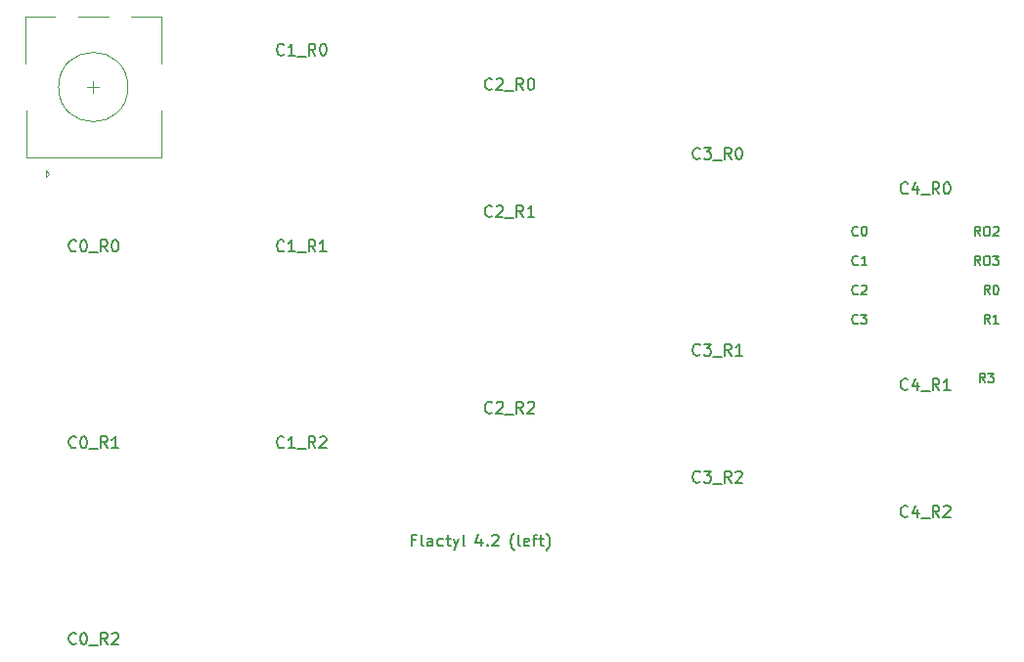
<source format=gbr>
%TF.GenerationSoftware,KiCad,Pcbnew,(7.0.0-0)*%
%TF.CreationDate,2023-06-08T17:12:38+08:00*%
%TF.ProjectId,left,6c656674-2e6b-4696-9361-645f70636258,v1.0.0*%
%TF.SameCoordinates,Original*%
%TF.FileFunction,Legend,Top*%
%TF.FilePolarity,Positive*%
%FSLAX46Y46*%
G04 Gerber Fmt 4.6, Leading zero omitted, Abs format (unit mm)*
G04 Created by KiCad (PCBNEW (7.0.0-0)) date 2023-06-08 17:12:38*
%MOMM*%
%LPD*%
G01*
G04 APERTURE LIST*
%ADD10C,0.150000*%
%ADD11C,0.120000*%
G04 APERTURE END LIST*
D10*
%TO.C,S1*%
X70476190Y41727857D02*
X70428571Y41680238D01*
X70428571Y41680238D02*
X70285714Y41632619D01*
X70285714Y41632619D02*
X70190476Y41632619D01*
X70190476Y41632619D02*
X70047619Y41680238D01*
X70047619Y41680238D02*
X69952381Y41775476D01*
X69952381Y41775476D02*
X69904762Y41870714D01*
X69904762Y41870714D02*
X69857143Y42061190D01*
X69857143Y42061190D02*
X69857143Y42204047D01*
X69857143Y42204047D02*
X69904762Y42394523D01*
X69904762Y42394523D02*
X69952381Y42489761D01*
X69952381Y42489761D02*
X70047619Y42585000D01*
X70047619Y42585000D02*
X70190476Y42632619D01*
X70190476Y42632619D02*
X70285714Y42632619D01*
X70285714Y42632619D02*
X70428571Y42585000D01*
X70428571Y42585000D02*
X70476190Y42537380D01*
X71333333Y42299285D02*
X71333333Y41632619D01*
X71095238Y42680238D02*
X70857143Y41965952D01*
X70857143Y41965952D02*
X71476190Y41965952D01*
X71619048Y41537380D02*
X72380952Y41537380D01*
X73190476Y41632619D02*
X72857143Y42108809D01*
X72619048Y41632619D02*
X72619048Y42632619D01*
X72619048Y42632619D02*
X73000000Y42632619D01*
X73000000Y42632619D02*
X73095238Y42585000D01*
X73095238Y42585000D02*
X73142857Y42537380D01*
X73142857Y42537380D02*
X73190476Y42442142D01*
X73190476Y42442142D02*
X73190476Y42299285D01*
X73190476Y42299285D02*
X73142857Y42204047D01*
X73142857Y42204047D02*
X73095238Y42156428D01*
X73095238Y42156428D02*
X73000000Y42108809D01*
X73000000Y42108809D02*
X72619048Y42108809D01*
X73809524Y42632619D02*
X73904762Y42632619D01*
X73904762Y42632619D02*
X74000000Y42585000D01*
X74000000Y42585000D02*
X74047619Y42537380D01*
X74047619Y42537380D02*
X74095238Y42442142D01*
X74095238Y42442142D02*
X74142857Y42251666D01*
X74142857Y42251666D02*
X74142857Y42013571D01*
X74142857Y42013571D02*
X74095238Y41823095D01*
X74095238Y41823095D02*
X74047619Y41727857D01*
X74047619Y41727857D02*
X74000000Y41680238D01*
X74000000Y41680238D02*
X73904762Y41632619D01*
X73904762Y41632619D02*
X73809524Y41632619D01*
X73809524Y41632619D02*
X73714286Y41680238D01*
X73714286Y41680238D02*
X73666667Y41727857D01*
X73666667Y41727857D02*
X73619048Y41823095D01*
X73619048Y41823095D02*
X73571429Y42013571D01*
X73571429Y42013571D02*
X73571429Y42251666D01*
X73571429Y42251666D02*
X73619048Y42442142D01*
X73619048Y42442142D02*
X73666667Y42537380D01*
X73666667Y42537380D02*
X73714286Y42585000D01*
X73714286Y42585000D02*
X73809524Y42632619D01*
%TO.C,S2*%
X70476190Y24727857D02*
X70428571Y24680238D01*
X70428571Y24680238D02*
X70285714Y24632619D01*
X70285714Y24632619D02*
X70190476Y24632619D01*
X70190476Y24632619D02*
X70047619Y24680238D01*
X70047619Y24680238D02*
X69952381Y24775476D01*
X69952381Y24775476D02*
X69904762Y24870714D01*
X69904762Y24870714D02*
X69857143Y25061190D01*
X69857143Y25061190D02*
X69857143Y25204047D01*
X69857143Y25204047D02*
X69904762Y25394523D01*
X69904762Y25394523D02*
X69952381Y25489761D01*
X69952381Y25489761D02*
X70047619Y25585000D01*
X70047619Y25585000D02*
X70190476Y25632619D01*
X70190476Y25632619D02*
X70285714Y25632619D01*
X70285714Y25632619D02*
X70428571Y25585000D01*
X70428571Y25585000D02*
X70476190Y25537380D01*
X71333333Y25299285D02*
X71333333Y24632619D01*
X71095238Y25680238D02*
X70857143Y24965952D01*
X70857143Y24965952D02*
X71476190Y24965952D01*
X71619048Y24537380D02*
X72380952Y24537380D01*
X73190476Y24632619D02*
X72857143Y25108809D01*
X72619048Y24632619D02*
X72619048Y25632619D01*
X72619048Y25632619D02*
X73000000Y25632619D01*
X73000000Y25632619D02*
X73095238Y25585000D01*
X73095238Y25585000D02*
X73142857Y25537380D01*
X73142857Y25537380D02*
X73190476Y25442142D01*
X73190476Y25442142D02*
X73190476Y25299285D01*
X73190476Y25299285D02*
X73142857Y25204047D01*
X73142857Y25204047D02*
X73095238Y25156428D01*
X73095238Y25156428D02*
X73000000Y25108809D01*
X73000000Y25108809D02*
X72619048Y25108809D01*
X74142857Y24632619D02*
X73571429Y24632619D01*
X73857143Y24632619D02*
X73857143Y25632619D01*
X73857143Y25632619D02*
X73761905Y25489761D01*
X73761905Y25489761D02*
X73666667Y25394523D01*
X73666667Y25394523D02*
X73571429Y25346904D01*
%TO.C,MCU1*%
X66166667Y38092285D02*
X66128571Y38054190D01*
X66128571Y38054190D02*
X66014286Y38016095D01*
X66014286Y38016095D02*
X65938095Y38016095D01*
X65938095Y38016095D02*
X65823809Y38054190D01*
X65823809Y38054190D02*
X65747619Y38130380D01*
X65747619Y38130380D02*
X65709524Y38206571D01*
X65709524Y38206571D02*
X65671428Y38358952D01*
X65671428Y38358952D02*
X65671428Y38473238D01*
X65671428Y38473238D02*
X65709524Y38625619D01*
X65709524Y38625619D02*
X65747619Y38701809D01*
X65747619Y38701809D02*
X65823809Y38778000D01*
X65823809Y38778000D02*
X65938095Y38816095D01*
X65938095Y38816095D02*
X66014286Y38816095D01*
X66014286Y38816095D02*
X66128571Y38778000D01*
X66128571Y38778000D02*
X66166667Y38739904D01*
X66661905Y38816095D02*
X66738095Y38816095D01*
X66738095Y38816095D02*
X66814286Y38778000D01*
X66814286Y38778000D02*
X66852381Y38739904D01*
X66852381Y38739904D02*
X66890476Y38663714D01*
X66890476Y38663714D02*
X66928571Y38511333D01*
X66928571Y38511333D02*
X66928571Y38320857D01*
X66928571Y38320857D02*
X66890476Y38168476D01*
X66890476Y38168476D02*
X66852381Y38092285D01*
X66852381Y38092285D02*
X66814286Y38054190D01*
X66814286Y38054190D02*
X66738095Y38016095D01*
X66738095Y38016095D02*
X66661905Y38016095D01*
X66661905Y38016095D02*
X66585714Y38054190D01*
X66585714Y38054190D02*
X66547619Y38092285D01*
X66547619Y38092285D02*
X66509524Y38168476D01*
X66509524Y38168476D02*
X66471428Y38320857D01*
X66471428Y38320857D02*
X66471428Y38511333D01*
X66471428Y38511333D02*
X66509524Y38663714D01*
X66509524Y38663714D02*
X66547619Y38739904D01*
X66547619Y38739904D02*
X66585714Y38778000D01*
X66585714Y38778000D02*
X66661905Y38816095D01*
X66166667Y35552285D02*
X66128571Y35514190D01*
X66128571Y35514190D02*
X66014286Y35476095D01*
X66014286Y35476095D02*
X65938095Y35476095D01*
X65938095Y35476095D02*
X65823809Y35514190D01*
X65823809Y35514190D02*
X65747619Y35590380D01*
X65747619Y35590380D02*
X65709524Y35666571D01*
X65709524Y35666571D02*
X65671428Y35818952D01*
X65671428Y35818952D02*
X65671428Y35933238D01*
X65671428Y35933238D02*
X65709524Y36085619D01*
X65709524Y36085619D02*
X65747619Y36161809D01*
X65747619Y36161809D02*
X65823809Y36238000D01*
X65823809Y36238000D02*
X65938095Y36276095D01*
X65938095Y36276095D02*
X66014286Y36276095D01*
X66014286Y36276095D02*
X66128571Y36238000D01*
X66128571Y36238000D02*
X66166667Y36199904D01*
X66928571Y35476095D02*
X66471428Y35476095D01*
X66700000Y35476095D02*
X66700000Y36276095D01*
X66700000Y36276095D02*
X66623809Y36161809D01*
X66623809Y36161809D02*
X66547619Y36085619D01*
X66547619Y36085619D02*
X66471428Y36047523D01*
X66166667Y33012285D02*
X66128571Y32974190D01*
X66128571Y32974190D02*
X66014286Y32936095D01*
X66014286Y32936095D02*
X65938095Y32936095D01*
X65938095Y32936095D02*
X65823809Y32974190D01*
X65823809Y32974190D02*
X65747619Y33050380D01*
X65747619Y33050380D02*
X65709524Y33126571D01*
X65709524Y33126571D02*
X65671428Y33278952D01*
X65671428Y33278952D02*
X65671428Y33393238D01*
X65671428Y33393238D02*
X65709524Y33545619D01*
X65709524Y33545619D02*
X65747619Y33621809D01*
X65747619Y33621809D02*
X65823809Y33698000D01*
X65823809Y33698000D02*
X65938095Y33736095D01*
X65938095Y33736095D02*
X66014286Y33736095D01*
X66014286Y33736095D02*
X66128571Y33698000D01*
X66128571Y33698000D02*
X66166667Y33659904D01*
X66471428Y33659904D02*
X66509524Y33698000D01*
X66509524Y33698000D02*
X66585714Y33736095D01*
X66585714Y33736095D02*
X66776190Y33736095D01*
X66776190Y33736095D02*
X66852381Y33698000D01*
X66852381Y33698000D02*
X66890476Y33659904D01*
X66890476Y33659904D02*
X66928571Y33583714D01*
X66928571Y33583714D02*
X66928571Y33507523D01*
X66928571Y33507523D02*
X66890476Y33393238D01*
X66890476Y33393238D02*
X66433333Y32936095D01*
X66433333Y32936095D02*
X66928571Y32936095D01*
X66166667Y30472285D02*
X66128571Y30434190D01*
X66128571Y30434190D02*
X66014286Y30396095D01*
X66014286Y30396095D02*
X65938095Y30396095D01*
X65938095Y30396095D02*
X65823809Y30434190D01*
X65823809Y30434190D02*
X65747619Y30510380D01*
X65747619Y30510380D02*
X65709524Y30586571D01*
X65709524Y30586571D02*
X65671428Y30738952D01*
X65671428Y30738952D02*
X65671428Y30853238D01*
X65671428Y30853238D02*
X65709524Y31005619D01*
X65709524Y31005619D02*
X65747619Y31081809D01*
X65747619Y31081809D02*
X65823809Y31158000D01*
X65823809Y31158000D02*
X65938095Y31196095D01*
X65938095Y31196095D02*
X66014286Y31196095D01*
X66014286Y31196095D02*
X66128571Y31158000D01*
X66128571Y31158000D02*
X66166667Y31119904D01*
X66433333Y31196095D02*
X66928571Y31196095D01*
X66928571Y31196095D02*
X66661905Y30891333D01*
X66661905Y30891333D02*
X66776190Y30891333D01*
X66776190Y30891333D02*
X66852381Y30853238D01*
X66852381Y30853238D02*
X66890476Y30815142D01*
X66890476Y30815142D02*
X66928571Y30738952D01*
X66928571Y30738952D02*
X66928571Y30548476D01*
X66928571Y30548476D02*
X66890476Y30472285D01*
X66890476Y30472285D02*
X66852381Y30434190D01*
X66852381Y30434190D02*
X66776190Y30396095D01*
X66776190Y30396095D02*
X66547619Y30396095D01*
X66547619Y30396095D02*
X66471428Y30434190D01*
X66471428Y30434190D02*
X66433333Y30472285D01*
X76747619Y38016095D02*
X76480952Y38397047D01*
X76290476Y38016095D02*
X76290476Y38816095D01*
X76290476Y38816095D02*
X76595238Y38816095D01*
X76595238Y38816095D02*
X76671428Y38778000D01*
X76671428Y38778000D02*
X76709523Y38739904D01*
X76709523Y38739904D02*
X76747619Y38663714D01*
X76747619Y38663714D02*
X76747619Y38549428D01*
X76747619Y38549428D02*
X76709523Y38473238D01*
X76709523Y38473238D02*
X76671428Y38435142D01*
X76671428Y38435142D02*
X76595238Y38397047D01*
X76595238Y38397047D02*
X76290476Y38397047D01*
X77242857Y38816095D02*
X77395238Y38816095D01*
X77395238Y38816095D02*
X77471428Y38778000D01*
X77471428Y38778000D02*
X77547619Y38701809D01*
X77547619Y38701809D02*
X77585714Y38549428D01*
X77585714Y38549428D02*
X77585714Y38282761D01*
X77585714Y38282761D02*
X77547619Y38130380D01*
X77547619Y38130380D02*
X77471428Y38054190D01*
X77471428Y38054190D02*
X77395238Y38016095D01*
X77395238Y38016095D02*
X77242857Y38016095D01*
X77242857Y38016095D02*
X77166666Y38054190D01*
X77166666Y38054190D02*
X77090476Y38130380D01*
X77090476Y38130380D02*
X77052380Y38282761D01*
X77052380Y38282761D02*
X77052380Y38549428D01*
X77052380Y38549428D02*
X77090476Y38701809D01*
X77090476Y38701809D02*
X77166666Y38778000D01*
X77166666Y38778000D02*
X77242857Y38816095D01*
X77890475Y38739904D02*
X77928571Y38778000D01*
X77928571Y38778000D02*
X78004761Y38816095D01*
X78004761Y38816095D02*
X78195237Y38816095D01*
X78195237Y38816095D02*
X78271428Y38778000D01*
X78271428Y38778000D02*
X78309523Y38739904D01*
X78309523Y38739904D02*
X78347618Y38663714D01*
X78347618Y38663714D02*
X78347618Y38587523D01*
X78347618Y38587523D02*
X78309523Y38473238D01*
X78309523Y38473238D02*
X77852380Y38016095D01*
X77852380Y38016095D02*
X78347618Y38016095D01*
X76747619Y35476095D02*
X76480952Y35857047D01*
X76290476Y35476095D02*
X76290476Y36276095D01*
X76290476Y36276095D02*
X76595238Y36276095D01*
X76595238Y36276095D02*
X76671428Y36238000D01*
X76671428Y36238000D02*
X76709523Y36199904D01*
X76709523Y36199904D02*
X76747619Y36123714D01*
X76747619Y36123714D02*
X76747619Y36009428D01*
X76747619Y36009428D02*
X76709523Y35933238D01*
X76709523Y35933238D02*
X76671428Y35895142D01*
X76671428Y35895142D02*
X76595238Y35857047D01*
X76595238Y35857047D02*
X76290476Y35857047D01*
X77242857Y36276095D02*
X77395238Y36276095D01*
X77395238Y36276095D02*
X77471428Y36238000D01*
X77471428Y36238000D02*
X77547619Y36161809D01*
X77547619Y36161809D02*
X77585714Y36009428D01*
X77585714Y36009428D02*
X77585714Y35742761D01*
X77585714Y35742761D02*
X77547619Y35590380D01*
X77547619Y35590380D02*
X77471428Y35514190D01*
X77471428Y35514190D02*
X77395238Y35476095D01*
X77395238Y35476095D02*
X77242857Y35476095D01*
X77242857Y35476095D02*
X77166666Y35514190D01*
X77166666Y35514190D02*
X77090476Y35590380D01*
X77090476Y35590380D02*
X77052380Y35742761D01*
X77052380Y35742761D02*
X77052380Y36009428D01*
X77052380Y36009428D02*
X77090476Y36161809D01*
X77090476Y36161809D02*
X77166666Y36238000D01*
X77166666Y36238000D02*
X77242857Y36276095D01*
X77852380Y36276095D02*
X78347618Y36276095D01*
X78347618Y36276095D02*
X78080952Y35971333D01*
X78080952Y35971333D02*
X78195237Y35971333D01*
X78195237Y35971333D02*
X78271428Y35933238D01*
X78271428Y35933238D02*
X78309523Y35895142D01*
X78309523Y35895142D02*
X78347618Y35818952D01*
X78347618Y35818952D02*
X78347618Y35628476D01*
X78347618Y35628476D02*
X78309523Y35552285D01*
X78309523Y35552285D02*
X78271428Y35514190D01*
X78271428Y35514190D02*
X78195237Y35476095D01*
X78195237Y35476095D02*
X77966666Y35476095D01*
X77966666Y35476095D02*
X77890475Y35514190D01*
X77890475Y35514190D02*
X77852380Y35552285D01*
X77566667Y32936095D02*
X77300000Y33317047D01*
X77109524Y32936095D02*
X77109524Y33736095D01*
X77109524Y33736095D02*
X77414286Y33736095D01*
X77414286Y33736095D02*
X77490476Y33698000D01*
X77490476Y33698000D02*
X77528571Y33659904D01*
X77528571Y33659904D02*
X77566667Y33583714D01*
X77566667Y33583714D02*
X77566667Y33469428D01*
X77566667Y33469428D02*
X77528571Y33393238D01*
X77528571Y33393238D02*
X77490476Y33355142D01*
X77490476Y33355142D02*
X77414286Y33317047D01*
X77414286Y33317047D02*
X77109524Y33317047D01*
X78061905Y33736095D02*
X78138095Y33736095D01*
X78138095Y33736095D02*
X78214286Y33698000D01*
X78214286Y33698000D02*
X78252381Y33659904D01*
X78252381Y33659904D02*
X78290476Y33583714D01*
X78290476Y33583714D02*
X78328571Y33431333D01*
X78328571Y33431333D02*
X78328571Y33240857D01*
X78328571Y33240857D02*
X78290476Y33088476D01*
X78290476Y33088476D02*
X78252381Y33012285D01*
X78252381Y33012285D02*
X78214286Y32974190D01*
X78214286Y32974190D02*
X78138095Y32936095D01*
X78138095Y32936095D02*
X78061905Y32936095D01*
X78061905Y32936095D02*
X77985714Y32974190D01*
X77985714Y32974190D02*
X77947619Y33012285D01*
X77947619Y33012285D02*
X77909524Y33088476D01*
X77909524Y33088476D02*
X77871428Y33240857D01*
X77871428Y33240857D02*
X77871428Y33431333D01*
X77871428Y33431333D02*
X77909524Y33583714D01*
X77909524Y33583714D02*
X77947619Y33659904D01*
X77947619Y33659904D02*
X77985714Y33698000D01*
X77985714Y33698000D02*
X78061905Y33736095D01*
X77566667Y30396095D02*
X77300000Y30777047D01*
X77109524Y30396095D02*
X77109524Y31196095D01*
X77109524Y31196095D02*
X77414286Y31196095D01*
X77414286Y31196095D02*
X77490476Y31158000D01*
X77490476Y31158000D02*
X77528571Y31119904D01*
X77528571Y31119904D02*
X77566667Y31043714D01*
X77566667Y31043714D02*
X77566667Y30929428D01*
X77566667Y30929428D02*
X77528571Y30853238D01*
X77528571Y30853238D02*
X77490476Y30815142D01*
X77490476Y30815142D02*
X77414286Y30777047D01*
X77414286Y30777047D02*
X77109524Y30777047D01*
X78328571Y30396095D02*
X77871428Y30396095D01*
X78100000Y30396095D02*
X78100000Y31196095D01*
X78100000Y31196095D02*
X78023809Y31081809D01*
X78023809Y31081809D02*
X77947619Y31005619D01*
X77947619Y31005619D02*
X77871428Y30967523D01*
X77166667Y25316095D02*
X76900000Y25697047D01*
X76709524Y25316095D02*
X76709524Y26116095D01*
X76709524Y26116095D02*
X77014286Y26116095D01*
X77014286Y26116095D02*
X77090476Y26078000D01*
X77090476Y26078000D02*
X77128571Y26039904D01*
X77128571Y26039904D02*
X77166667Y25963714D01*
X77166667Y25963714D02*
X77166667Y25849428D01*
X77166667Y25849428D02*
X77128571Y25773238D01*
X77128571Y25773238D02*
X77090476Y25735142D01*
X77090476Y25735142D02*
X77014286Y25697047D01*
X77014286Y25697047D02*
X76709524Y25697047D01*
X77433333Y26116095D02*
X77928571Y26116095D01*
X77928571Y26116095D02*
X77661905Y25811333D01*
X77661905Y25811333D02*
X77776190Y25811333D01*
X77776190Y25811333D02*
X77852381Y25773238D01*
X77852381Y25773238D02*
X77890476Y25735142D01*
X77890476Y25735142D02*
X77928571Y25658952D01*
X77928571Y25658952D02*
X77928571Y25468476D01*
X77928571Y25468476D02*
X77890476Y25392285D01*
X77890476Y25392285D02*
X77852381Y25354190D01*
X77852381Y25354190D02*
X77776190Y25316095D01*
X77776190Y25316095D02*
X77547619Y25316095D01*
X77547619Y25316095D02*
X77471428Y25354190D01*
X77471428Y25354190D02*
X77433333Y25392285D01*
%TO.C,JC1*%
%TO.C,T1*%
X27852379Y11656428D02*
X27519046Y11656428D01*
X27519046Y11132619D02*
X27519046Y12132619D01*
X27519046Y12132619D02*
X27995236Y12132619D01*
X28519046Y11132619D02*
X28423808Y11180238D01*
X28423808Y11180238D02*
X28376189Y11275476D01*
X28376189Y11275476D02*
X28376189Y12132619D01*
X29328570Y11132619D02*
X29328570Y11656428D01*
X29328570Y11656428D02*
X29280951Y11751666D01*
X29280951Y11751666D02*
X29185713Y11799285D01*
X29185713Y11799285D02*
X28995237Y11799285D01*
X28995237Y11799285D02*
X28899999Y11751666D01*
X29328570Y11180238D02*
X29233332Y11132619D01*
X29233332Y11132619D02*
X28995237Y11132619D01*
X28995237Y11132619D02*
X28899999Y11180238D01*
X28899999Y11180238D02*
X28852380Y11275476D01*
X28852380Y11275476D02*
X28852380Y11370714D01*
X28852380Y11370714D02*
X28899999Y11465952D01*
X28899999Y11465952D02*
X28995237Y11513571D01*
X28995237Y11513571D02*
X29233332Y11513571D01*
X29233332Y11513571D02*
X29328570Y11561190D01*
X30233332Y11180238D02*
X30138094Y11132619D01*
X30138094Y11132619D02*
X29947618Y11132619D01*
X29947618Y11132619D02*
X29852380Y11180238D01*
X29852380Y11180238D02*
X29804761Y11227857D01*
X29804761Y11227857D02*
X29757142Y11323095D01*
X29757142Y11323095D02*
X29757142Y11608809D01*
X29757142Y11608809D02*
X29804761Y11704047D01*
X29804761Y11704047D02*
X29852380Y11751666D01*
X29852380Y11751666D02*
X29947618Y11799285D01*
X29947618Y11799285D02*
X30138094Y11799285D01*
X30138094Y11799285D02*
X30233332Y11751666D01*
X30519047Y11799285D02*
X30899999Y11799285D01*
X30661904Y12132619D02*
X30661904Y11275476D01*
X30661904Y11275476D02*
X30709523Y11180238D01*
X30709523Y11180238D02*
X30804761Y11132619D01*
X30804761Y11132619D02*
X30899999Y11132619D01*
X31138095Y11799285D02*
X31376190Y11132619D01*
X31614285Y11799285D02*
X31376190Y11132619D01*
X31376190Y11132619D02*
X31280952Y10894523D01*
X31280952Y10894523D02*
X31233333Y10846904D01*
X31233333Y10846904D02*
X31138095Y10799285D01*
X32138095Y11132619D02*
X32042857Y11180238D01*
X32042857Y11180238D02*
X31995238Y11275476D01*
X31995238Y11275476D02*
X31995238Y12132619D01*
X33547619Y11799285D02*
X33547619Y11132619D01*
X33309524Y12180238D02*
X33071429Y11465952D01*
X33071429Y11465952D02*
X33690476Y11465952D01*
X34071429Y11227857D02*
X34119048Y11180238D01*
X34119048Y11180238D02*
X34071429Y11132619D01*
X34071429Y11132619D02*
X34023810Y11180238D01*
X34023810Y11180238D02*
X34071429Y11227857D01*
X34071429Y11227857D02*
X34071429Y11132619D01*
X34500000Y12037380D02*
X34547619Y12085000D01*
X34547619Y12085000D02*
X34642857Y12132619D01*
X34642857Y12132619D02*
X34880952Y12132619D01*
X34880952Y12132619D02*
X34976190Y12085000D01*
X34976190Y12085000D02*
X35023809Y12037380D01*
X35023809Y12037380D02*
X35071428Y11942142D01*
X35071428Y11942142D02*
X35071428Y11846904D01*
X35071428Y11846904D02*
X35023809Y11704047D01*
X35023809Y11704047D02*
X34452381Y11132619D01*
X34452381Y11132619D02*
X35071428Y11132619D01*
X36385714Y10751666D02*
X36338095Y10799285D01*
X36338095Y10799285D02*
X36242857Y10942142D01*
X36242857Y10942142D02*
X36195238Y11037380D01*
X36195238Y11037380D02*
X36147619Y11180238D01*
X36147619Y11180238D02*
X36100000Y11418333D01*
X36100000Y11418333D02*
X36100000Y11608809D01*
X36100000Y11608809D02*
X36147619Y11846904D01*
X36147619Y11846904D02*
X36195238Y11989761D01*
X36195238Y11989761D02*
X36242857Y12085000D01*
X36242857Y12085000D02*
X36338095Y12227857D01*
X36338095Y12227857D02*
X36385714Y12275476D01*
X36909524Y11132619D02*
X36814286Y11180238D01*
X36814286Y11180238D02*
X36766667Y11275476D01*
X36766667Y11275476D02*
X36766667Y12132619D01*
X37671429Y11180238D02*
X37576191Y11132619D01*
X37576191Y11132619D02*
X37385715Y11132619D01*
X37385715Y11132619D02*
X37290477Y11180238D01*
X37290477Y11180238D02*
X37242858Y11275476D01*
X37242858Y11275476D02*
X37242858Y11656428D01*
X37242858Y11656428D02*
X37290477Y11751666D01*
X37290477Y11751666D02*
X37385715Y11799285D01*
X37385715Y11799285D02*
X37576191Y11799285D01*
X37576191Y11799285D02*
X37671429Y11751666D01*
X37671429Y11751666D02*
X37719048Y11656428D01*
X37719048Y11656428D02*
X37719048Y11561190D01*
X37719048Y11561190D02*
X37242858Y11465952D01*
X38004763Y11799285D02*
X38385715Y11799285D01*
X38147620Y11132619D02*
X38147620Y11989761D01*
X38147620Y11989761D02*
X38195239Y12085000D01*
X38195239Y12085000D02*
X38290477Y12132619D01*
X38290477Y12132619D02*
X38385715Y12132619D01*
X38576192Y11799285D02*
X38957144Y11799285D01*
X38719049Y12132619D02*
X38719049Y11275476D01*
X38719049Y11275476D02*
X38766668Y11180238D01*
X38766668Y11180238D02*
X38861906Y11132619D01*
X38861906Y11132619D02*
X38957144Y11132619D01*
X39195240Y10751666D02*
X39242859Y10799285D01*
X39242859Y10799285D02*
X39338097Y10942142D01*
X39338097Y10942142D02*
X39385716Y11037380D01*
X39385716Y11037380D02*
X39433335Y11180238D01*
X39433335Y11180238D02*
X39480954Y11418333D01*
X39480954Y11418333D02*
X39480954Y11608809D01*
X39480954Y11608809D02*
X39433335Y11846904D01*
X39433335Y11846904D02*
X39385716Y11989761D01*
X39385716Y11989761D02*
X39338097Y12085000D01*
X39338097Y12085000D02*
X39242859Y12227857D01*
X39242859Y12227857D02*
X39195240Y12275476D01*
%TO.C,H1*%
%TO.C,H2*%
%TO.C,H3*%
%TO.C,H4*%
%TO.C,H5*%
%TO.C,S3*%
X-1523809Y36727857D02*
X-1571428Y36680238D01*
X-1571428Y36680238D02*
X-1714285Y36632619D01*
X-1714285Y36632619D02*
X-1809523Y36632619D01*
X-1809523Y36632619D02*
X-1952380Y36680238D01*
X-1952380Y36680238D02*
X-2047618Y36775476D01*
X-2047618Y36775476D02*
X-2095237Y36870714D01*
X-2095237Y36870714D02*
X-2142856Y37061190D01*
X-2142856Y37061190D02*
X-2142856Y37204047D01*
X-2142856Y37204047D02*
X-2095237Y37394523D01*
X-2095237Y37394523D02*
X-2047618Y37489761D01*
X-2047618Y37489761D02*
X-1952380Y37585000D01*
X-1952380Y37585000D02*
X-1809523Y37632619D01*
X-1809523Y37632619D02*
X-1714285Y37632619D01*
X-1714285Y37632619D02*
X-1571428Y37585000D01*
X-1571428Y37585000D02*
X-1523809Y37537380D01*
X-904761Y37632619D02*
X-809523Y37632619D01*
X-809523Y37632619D02*
X-714285Y37585000D01*
X-714285Y37585000D02*
X-666666Y37537380D01*
X-666666Y37537380D02*
X-619047Y37442142D01*
X-619047Y37442142D02*
X-571428Y37251666D01*
X-571428Y37251666D02*
X-571428Y37013571D01*
X-571428Y37013571D02*
X-619047Y36823095D01*
X-619047Y36823095D02*
X-666666Y36727857D01*
X-666666Y36727857D02*
X-714285Y36680238D01*
X-714285Y36680238D02*
X-809523Y36632619D01*
X-809523Y36632619D02*
X-904761Y36632619D01*
X-904761Y36632619D02*
X-999999Y36680238D01*
X-999999Y36680238D02*
X-1047618Y36727857D01*
X-1047618Y36727857D02*
X-1095237Y36823095D01*
X-1095237Y36823095D02*
X-1142856Y37013571D01*
X-1142856Y37013571D02*
X-1142856Y37251666D01*
X-1142856Y37251666D02*
X-1095237Y37442142D01*
X-1095237Y37442142D02*
X-1047618Y37537380D01*
X-1047618Y37537380D02*
X-999999Y37585000D01*
X-999999Y37585000D02*
X-904761Y37632619D01*
X-380952Y36537380D02*
X380952Y36537380D01*
X1190476Y36632619D02*
X857143Y37108809D01*
X619048Y36632619D02*
X619048Y37632619D01*
X619048Y37632619D02*
X1000000Y37632619D01*
X1000000Y37632619D02*
X1095238Y37585000D01*
X1095238Y37585000D02*
X1142857Y37537380D01*
X1142857Y37537380D02*
X1190476Y37442142D01*
X1190476Y37442142D02*
X1190476Y37299285D01*
X1190476Y37299285D02*
X1142857Y37204047D01*
X1142857Y37204047D02*
X1095238Y37156428D01*
X1095238Y37156428D02*
X1000000Y37108809D01*
X1000000Y37108809D02*
X619048Y37108809D01*
X1809524Y37632619D02*
X1904762Y37632619D01*
X1904762Y37632619D02*
X2000000Y37585000D01*
X2000000Y37585000D02*
X2047619Y37537380D01*
X2047619Y37537380D02*
X2095238Y37442142D01*
X2095238Y37442142D02*
X2142857Y37251666D01*
X2142857Y37251666D02*
X2142857Y37013571D01*
X2142857Y37013571D02*
X2095238Y36823095D01*
X2095238Y36823095D02*
X2047619Y36727857D01*
X2047619Y36727857D02*
X2000000Y36680238D01*
X2000000Y36680238D02*
X1904762Y36632619D01*
X1904762Y36632619D02*
X1809524Y36632619D01*
X1809524Y36632619D02*
X1714286Y36680238D01*
X1714286Y36680238D02*
X1666667Y36727857D01*
X1666667Y36727857D02*
X1619048Y36823095D01*
X1619048Y36823095D02*
X1571429Y37013571D01*
X1571429Y37013571D02*
X1571429Y37251666D01*
X1571429Y37251666D02*
X1619048Y37442142D01*
X1619048Y37442142D02*
X1666667Y37537380D01*
X1666667Y37537380D02*
X1714286Y37585000D01*
X1714286Y37585000D02*
X1809524Y37632619D01*
%TO.C,S4*%
X-1523809Y19727857D02*
X-1571428Y19680238D01*
X-1571428Y19680238D02*
X-1714285Y19632619D01*
X-1714285Y19632619D02*
X-1809523Y19632619D01*
X-1809523Y19632619D02*
X-1952380Y19680238D01*
X-1952380Y19680238D02*
X-2047618Y19775476D01*
X-2047618Y19775476D02*
X-2095237Y19870714D01*
X-2095237Y19870714D02*
X-2142856Y20061190D01*
X-2142856Y20061190D02*
X-2142856Y20204047D01*
X-2142856Y20204047D02*
X-2095237Y20394523D01*
X-2095237Y20394523D02*
X-2047618Y20489761D01*
X-2047618Y20489761D02*
X-1952380Y20585000D01*
X-1952380Y20585000D02*
X-1809523Y20632619D01*
X-1809523Y20632619D02*
X-1714285Y20632619D01*
X-1714285Y20632619D02*
X-1571428Y20585000D01*
X-1571428Y20585000D02*
X-1523809Y20537380D01*
X-904761Y20632619D02*
X-809523Y20632619D01*
X-809523Y20632619D02*
X-714285Y20585000D01*
X-714285Y20585000D02*
X-666666Y20537380D01*
X-666666Y20537380D02*
X-619047Y20442142D01*
X-619047Y20442142D02*
X-571428Y20251666D01*
X-571428Y20251666D02*
X-571428Y20013571D01*
X-571428Y20013571D02*
X-619047Y19823095D01*
X-619047Y19823095D02*
X-666666Y19727857D01*
X-666666Y19727857D02*
X-714285Y19680238D01*
X-714285Y19680238D02*
X-809523Y19632619D01*
X-809523Y19632619D02*
X-904761Y19632619D01*
X-904761Y19632619D02*
X-999999Y19680238D01*
X-999999Y19680238D02*
X-1047618Y19727857D01*
X-1047618Y19727857D02*
X-1095237Y19823095D01*
X-1095237Y19823095D02*
X-1142856Y20013571D01*
X-1142856Y20013571D02*
X-1142856Y20251666D01*
X-1142856Y20251666D02*
X-1095237Y20442142D01*
X-1095237Y20442142D02*
X-1047618Y20537380D01*
X-1047618Y20537380D02*
X-999999Y20585000D01*
X-999999Y20585000D02*
X-904761Y20632619D01*
X-380952Y19537380D02*
X380952Y19537380D01*
X1190476Y19632619D02*
X857143Y20108809D01*
X619048Y19632619D02*
X619048Y20632619D01*
X619048Y20632619D02*
X1000000Y20632619D01*
X1000000Y20632619D02*
X1095238Y20585000D01*
X1095238Y20585000D02*
X1142857Y20537380D01*
X1142857Y20537380D02*
X1190476Y20442142D01*
X1190476Y20442142D02*
X1190476Y20299285D01*
X1190476Y20299285D02*
X1142857Y20204047D01*
X1142857Y20204047D02*
X1095238Y20156428D01*
X1095238Y20156428D02*
X1000000Y20108809D01*
X1000000Y20108809D02*
X619048Y20108809D01*
X2142857Y19632619D02*
X1571429Y19632619D01*
X1857143Y19632619D02*
X1857143Y20632619D01*
X1857143Y20632619D02*
X1761905Y20489761D01*
X1761905Y20489761D02*
X1666667Y20394523D01*
X1666667Y20394523D02*
X1571429Y20346904D01*
%TO.C,S5*%
X-1523809Y2727857D02*
X-1571428Y2680238D01*
X-1571428Y2680238D02*
X-1714285Y2632619D01*
X-1714285Y2632619D02*
X-1809523Y2632619D01*
X-1809523Y2632619D02*
X-1952380Y2680238D01*
X-1952380Y2680238D02*
X-2047618Y2775476D01*
X-2047618Y2775476D02*
X-2095237Y2870714D01*
X-2095237Y2870714D02*
X-2142856Y3061190D01*
X-2142856Y3061190D02*
X-2142856Y3204047D01*
X-2142856Y3204047D02*
X-2095237Y3394523D01*
X-2095237Y3394523D02*
X-2047618Y3489761D01*
X-2047618Y3489761D02*
X-1952380Y3585000D01*
X-1952380Y3585000D02*
X-1809523Y3632619D01*
X-1809523Y3632619D02*
X-1714285Y3632619D01*
X-1714285Y3632619D02*
X-1571428Y3585000D01*
X-1571428Y3585000D02*
X-1523809Y3537380D01*
X-904761Y3632619D02*
X-809523Y3632619D01*
X-809523Y3632619D02*
X-714285Y3585000D01*
X-714285Y3585000D02*
X-666666Y3537380D01*
X-666666Y3537380D02*
X-619047Y3442142D01*
X-619047Y3442142D02*
X-571428Y3251666D01*
X-571428Y3251666D02*
X-571428Y3013571D01*
X-571428Y3013571D02*
X-619047Y2823095D01*
X-619047Y2823095D02*
X-666666Y2727857D01*
X-666666Y2727857D02*
X-714285Y2680238D01*
X-714285Y2680238D02*
X-809523Y2632619D01*
X-809523Y2632619D02*
X-904761Y2632619D01*
X-904761Y2632619D02*
X-999999Y2680238D01*
X-999999Y2680238D02*
X-1047618Y2727857D01*
X-1047618Y2727857D02*
X-1095237Y2823095D01*
X-1095237Y2823095D02*
X-1142856Y3013571D01*
X-1142856Y3013571D02*
X-1142856Y3251666D01*
X-1142856Y3251666D02*
X-1095237Y3442142D01*
X-1095237Y3442142D02*
X-1047618Y3537380D01*
X-1047618Y3537380D02*
X-999999Y3585000D01*
X-999999Y3585000D02*
X-904761Y3632619D01*
X-380952Y2537380D02*
X380952Y2537380D01*
X1190476Y2632619D02*
X857143Y3108809D01*
X619048Y2632619D02*
X619048Y3632619D01*
X619048Y3632619D02*
X1000000Y3632619D01*
X1000000Y3632619D02*
X1095238Y3585000D01*
X1095238Y3585000D02*
X1142857Y3537380D01*
X1142857Y3537380D02*
X1190476Y3442142D01*
X1190476Y3442142D02*
X1190476Y3299285D01*
X1190476Y3299285D02*
X1142857Y3204047D01*
X1142857Y3204047D02*
X1095238Y3156428D01*
X1095238Y3156428D02*
X1000000Y3108809D01*
X1000000Y3108809D02*
X619048Y3108809D01*
X1571429Y3537380D02*
X1619048Y3585000D01*
X1619048Y3585000D02*
X1714286Y3632619D01*
X1714286Y3632619D02*
X1952381Y3632619D01*
X1952381Y3632619D02*
X2047619Y3585000D01*
X2047619Y3585000D02*
X2095238Y3537380D01*
X2095238Y3537380D02*
X2142857Y3442142D01*
X2142857Y3442142D02*
X2142857Y3346904D01*
X2142857Y3346904D02*
X2095238Y3204047D01*
X2095238Y3204047D02*
X1523810Y2632619D01*
X1523810Y2632619D02*
X2142857Y2632619D01*
%TO.C,S6*%
X16476190Y53727857D02*
X16428571Y53680238D01*
X16428571Y53680238D02*
X16285714Y53632619D01*
X16285714Y53632619D02*
X16190476Y53632619D01*
X16190476Y53632619D02*
X16047619Y53680238D01*
X16047619Y53680238D02*
X15952381Y53775476D01*
X15952381Y53775476D02*
X15904762Y53870714D01*
X15904762Y53870714D02*
X15857143Y54061190D01*
X15857143Y54061190D02*
X15857143Y54204047D01*
X15857143Y54204047D02*
X15904762Y54394523D01*
X15904762Y54394523D02*
X15952381Y54489761D01*
X15952381Y54489761D02*
X16047619Y54585000D01*
X16047619Y54585000D02*
X16190476Y54632619D01*
X16190476Y54632619D02*
X16285714Y54632619D01*
X16285714Y54632619D02*
X16428571Y54585000D01*
X16428571Y54585000D02*
X16476190Y54537380D01*
X17428571Y53632619D02*
X16857143Y53632619D01*
X17142857Y53632619D02*
X17142857Y54632619D01*
X17142857Y54632619D02*
X17047619Y54489761D01*
X17047619Y54489761D02*
X16952381Y54394523D01*
X16952381Y54394523D02*
X16857143Y54346904D01*
X17619048Y53537380D02*
X18380952Y53537380D01*
X19190476Y53632619D02*
X18857143Y54108809D01*
X18619048Y53632619D02*
X18619048Y54632619D01*
X18619048Y54632619D02*
X19000000Y54632619D01*
X19000000Y54632619D02*
X19095238Y54585000D01*
X19095238Y54585000D02*
X19142857Y54537380D01*
X19142857Y54537380D02*
X19190476Y54442142D01*
X19190476Y54442142D02*
X19190476Y54299285D01*
X19190476Y54299285D02*
X19142857Y54204047D01*
X19142857Y54204047D02*
X19095238Y54156428D01*
X19095238Y54156428D02*
X19000000Y54108809D01*
X19000000Y54108809D02*
X18619048Y54108809D01*
X19809524Y54632619D02*
X19904762Y54632619D01*
X19904762Y54632619D02*
X20000000Y54585000D01*
X20000000Y54585000D02*
X20047619Y54537380D01*
X20047619Y54537380D02*
X20095238Y54442142D01*
X20095238Y54442142D02*
X20142857Y54251666D01*
X20142857Y54251666D02*
X20142857Y54013571D01*
X20142857Y54013571D02*
X20095238Y53823095D01*
X20095238Y53823095D02*
X20047619Y53727857D01*
X20047619Y53727857D02*
X20000000Y53680238D01*
X20000000Y53680238D02*
X19904762Y53632619D01*
X19904762Y53632619D02*
X19809524Y53632619D01*
X19809524Y53632619D02*
X19714286Y53680238D01*
X19714286Y53680238D02*
X19666667Y53727857D01*
X19666667Y53727857D02*
X19619048Y53823095D01*
X19619048Y53823095D02*
X19571429Y54013571D01*
X19571429Y54013571D02*
X19571429Y54251666D01*
X19571429Y54251666D02*
X19619048Y54442142D01*
X19619048Y54442142D02*
X19666667Y54537380D01*
X19666667Y54537380D02*
X19714286Y54585000D01*
X19714286Y54585000D02*
X19809524Y54632619D01*
%TO.C,S7*%
X16476190Y36727857D02*
X16428571Y36680238D01*
X16428571Y36680238D02*
X16285714Y36632619D01*
X16285714Y36632619D02*
X16190476Y36632619D01*
X16190476Y36632619D02*
X16047619Y36680238D01*
X16047619Y36680238D02*
X15952381Y36775476D01*
X15952381Y36775476D02*
X15904762Y36870714D01*
X15904762Y36870714D02*
X15857143Y37061190D01*
X15857143Y37061190D02*
X15857143Y37204047D01*
X15857143Y37204047D02*
X15904762Y37394523D01*
X15904762Y37394523D02*
X15952381Y37489761D01*
X15952381Y37489761D02*
X16047619Y37585000D01*
X16047619Y37585000D02*
X16190476Y37632619D01*
X16190476Y37632619D02*
X16285714Y37632619D01*
X16285714Y37632619D02*
X16428571Y37585000D01*
X16428571Y37585000D02*
X16476190Y37537380D01*
X17428571Y36632619D02*
X16857143Y36632619D01*
X17142857Y36632619D02*
X17142857Y37632619D01*
X17142857Y37632619D02*
X17047619Y37489761D01*
X17047619Y37489761D02*
X16952381Y37394523D01*
X16952381Y37394523D02*
X16857143Y37346904D01*
X17619048Y36537380D02*
X18380952Y36537380D01*
X19190476Y36632619D02*
X18857143Y37108809D01*
X18619048Y36632619D02*
X18619048Y37632619D01*
X18619048Y37632619D02*
X19000000Y37632619D01*
X19000000Y37632619D02*
X19095238Y37585000D01*
X19095238Y37585000D02*
X19142857Y37537380D01*
X19142857Y37537380D02*
X19190476Y37442142D01*
X19190476Y37442142D02*
X19190476Y37299285D01*
X19190476Y37299285D02*
X19142857Y37204047D01*
X19142857Y37204047D02*
X19095238Y37156428D01*
X19095238Y37156428D02*
X19000000Y37108809D01*
X19000000Y37108809D02*
X18619048Y37108809D01*
X20142857Y36632619D02*
X19571429Y36632619D01*
X19857143Y36632619D02*
X19857143Y37632619D01*
X19857143Y37632619D02*
X19761905Y37489761D01*
X19761905Y37489761D02*
X19666667Y37394523D01*
X19666667Y37394523D02*
X19571429Y37346904D01*
%TO.C,S8*%
X16476190Y19727857D02*
X16428571Y19680238D01*
X16428571Y19680238D02*
X16285714Y19632619D01*
X16285714Y19632619D02*
X16190476Y19632619D01*
X16190476Y19632619D02*
X16047619Y19680238D01*
X16047619Y19680238D02*
X15952381Y19775476D01*
X15952381Y19775476D02*
X15904762Y19870714D01*
X15904762Y19870714D02*
X15857143Y20061190D01*
X15857143Y20061190D02*
X15857143Y20204047D01*
X15857143Y20204047D02*
X15904762Y20394523D01*
X15904762Y20394523D02*
X15952381Y20489761D01*
X15952381Y20489761D02*
X16047619Y20585000D01*
X16047619Y20585000D02*
X16190476Y20632619D01*
X16190476Y20632619D02*
X16285714Y20632619D01*
X16285714Y20632619D02*
X16428571Y20585000D01*
X16428571Y20585000D02*
X16476190Y20537380D01*
X17428571Y19632619D02*
X16857143Y19632619D01*
X17142857Y19632619D02*
X17142857Y20632619D01*
X17142857Y20632619D02*
X17047619Y20489761D01*
X17047619Y20489761D02*
X16952381Y20394523D01*
X16952381Y20394523D02*
X16857143Y20346904D01*
X17619048Y19537380D02*
X18380952Y19537380D01*
X19190476Y19632619D02*
X18857143Y20108809D01*
X18619048Y19632619D02*
X18619048Y20632619D01*
X18619048Y20632619D02*
X19000000Y20632619D01*
X19000000Y20632619D02*
X19095238Y20585000D01*
X19095238Y20585000D02*
X19142857Y20537380D01*
X19142857Y20537380D02*
X19190476Y20442142D01*
X19190476Y20442142D02*
X19190476Y20299285D01*
X19190476Y20299285D02*
X19142857Y20204047D01*
X19142857Y20204047D02*
X19095238Y20156428D01*
X19095238Y20156428D02*
X19000000Y20108809D01*
X19000000Y20108809D02*
X18619048Y20108809D01*
X19571429Y20537380D02*
X19619048Y20585000D01*
X19619048Y20585000D02*
X19714286Y20632619D01*
X19714286Y20632619D02*
X19952381Y20632619D01*
X19952381Y20632619D02*
X20047619Y20585000D01*
X20047619Y20585000D02*
X20095238Y20537380D01*
X20095238Y20537380D02*
X20142857Y20442142D01*
X20142857Y20442142D02*
X20142857Y20346904D01*
X20142857Y20346904D02*
X20095238Y20204047D01*
X20095238Y20204047D02*
X19523810Y19632619D01*
X19523810Y19632619D02*
X20142857Y19632619D01*
%TO.C,S9*%
X34476190Y50727857D02*
X34428571Y50680238D01*
X34428571Y50680238D02*
X34285714Y50632619D01*
X34285714Y50632619D02*
X34190476Y50632619D01*
X34190476Y50632619D02*
X34047619Y50680238D01*
X34047619Y50680238D02*
X33952381Y50775476D01*
X33952381Y50775476D02*
X33904762Y50870714D01*
X33904762Y50870714D02*
X33857143Y51061190D01*
X33857143Y51061190D02*
X33857143Y51204047D01*
X33857143Y51204047D02*
X33904762Y51394523D01*
X33904762Y51394523D02*
X33952381Y51489761D01*
X33952381Y51489761D02*
X34047619Y51585000D01*
X34047619Y51585000D02*
X34190476Y51632619D01*
X34190476Y51632619D02*
X34285714Y51632619D01*
X34285714Y51632619D02*
X34428571Y51585000D01*
X34428571Y51585000D02*
X34476190Y51537380D01*
X34857143Y51537380D02*
X34904762Y51585000D01*
X34904762Y51585000D02*
X35000000Y51632619D01*
X35000000Y51632619D02*
X35238095Y51632619D01*
X35238095Y51632619D02*
X35333333Y51585000D01*
X35333333Y51585000D02*
X35380952Y51537380D01*
X35380952Y51537380D02*
X35428571Y51442142D01*
X35428571Y51442142D02*
X35428571Y51346904D01*
X35428571Y51346904D02*
X35380952Y51204047D01*
X35380952Y51204047D02*
X34809524Y50632619D01*
X34809524Y50632619D02*
X35428571Y50632619D01*
X35619048Y50537380D02*
X36380952Y50537380D01*
X37190476Y50632619D02*
X36857143Y51108809D01*
X36619048Y50632619D02*
X36619048Y51632619D01*
X36619048Y51632619D02*
X37000000Y51632619D01*
X37000000Y51632619D02*
X37095238Y51585000D01*
X37095238Y51585000D02*
X37142857Y51537380D01*
X37142857Y51537380D02*
X37190476Y51442142D01*
X37190476Y51442142D02*
X37190476Y51299285D01*
X37190476Y51299285D02*
X37142857Y51204047D01*
X37142857Y51204047D02*
X37095238Y51156428D01*
X37095238Y51156428D02*
X37000000Y51108809D01*
X37000000Y51108809D02*
X36619048Y51108809D01*
X37809524Y51632619D02*
X37904762Y51632619D01*
X37904762Y51632619D02*
X38000000Y51585000D01*
X38000000Y51585000D02*
X38047619Y51537380D01*
X38047619Y51537380D02*
X38095238Y51442142D01*
X38095238Y51442142D02*
X38142857Y51251666D01*
X38142857Y51251666D02*
X38142857Y51013571D01*
X38142857Y51013571D02*
X38095238Y50823095D01*
X38095238Y50823095D02*
X38047619Y50727857D01*
X38047619Y50727857D02*
X38000000Y50680238D01*
X38000000Y50680238D02*
X37904762Y50632619D01*
X37904762Y50632619D02*
X37809524Y50632619D01*
X37809524Y50632619D02*
X37714286Y50680238D01*
X37714286Y50680238D02*
X37666667Y50727857D01*
X37666667Y50727857D02*
X37619048Y50823095D01*
X37619048Y50823095D02*
X37571429Y51013571D01*
X37571429Y51013571D02*
X37571429Y51251666D01*
X37571429Y51251666D02*
X37619048Y51442142D01*
X37619048Y51442142D02*
X37666667Y51537380D01*
X37666667Y51537380D02*
X37714286Y51585000D01*
X37714286Y51585000D02*
X37809524Y51632619D01*
%TO.C,S10*%
X34476190Y39727857D02*
X34428571Y39680238D01*
X34428571Y39680238D02*
X34285714Y39632619D01*
X34285714Y39632619D02*
X34190476Y39632619D01*
X34190476Y39632619D02*
X34047619Y39680238D01*
X34047619Y39680238D02*
X33952381Y39775476D01*
X33952381Y39775476D02*
X33904762Y39870714D01*
X33904762Y39870714D02*
X33857143Y40061190D01*
X33857143Y40061190D02*
X33857143Y40204047D01*
X33857143Y40204047D02*
X33904762Y40394523D01*
X33904762Y40394523D02*
X33952381Y40489761D01*
X33952381Y40489761D02*
X34047619Y40585000D01*
X34047619Y40585000D02*
X34190476Y40632619D01*
X34190476Y40632619D02*
X34285714Y40632619D01*
X34285714Y40632619D02*
X34428571Y40585000D01*
X34428571Y40585000D02*
X34476190Y40537380D01*
X34857143Y40537380D02*
X34904762Y40585000D01*
X34904762Y40585000D02*
X35000000Y40632619D01*
X35000000Y40632619D02*
X35238095Y40632619D01*
X35238095Y40632619D02*
X35333333Y40585000D01*
X35333333Y40585000D02*
X35380952Y40537380D01*
X35380952Y40537380D02*
X35428571Y40442142D01*
X35428571Y40442142D02*
X35428571Y40346904D01*
X35428571Y40346904D02*
X35380952Y40204047D01*
X35380952Y40204047D02*
X34809524Y39632619D01*
X34809524Y39632619D02*
X35428571Y39632619D01*
X35619048Y39537380D02*
X36380952Y39537380D01*
X37190476Y39632619D02*
X36857143Y40108809D01*
X36619048Y39632619D02*
X36619048Y40632619D01*
X36619048Y40632619D02*
X37000000Y40632619D01*
X37000000Y40632619D02*
X37095238Y40585000D01*
X37095238Y40585000D02*
X37142857Y40537380D01*
X37142857Y40537380D02*
X37190476Y40442142D01*
X37190476Y40442142D02*
X37190476Y40299285D01*
X37190476Y40299285D02*
X37142857Y40204047D01*
X37142857Y40204047D02*
X37095238Y40156428D01*
X37095238Y40156428D02*
X37000000Y40108809D01*
X37000000Y40108809D02*
X36619048Y40108809D01*
X38142857Y39632619D02*
X37571429Y39632619D01*
X37857143Y39632619D02*
X37857143Y40632619D01*
X37857143Y40632619D02*
X37761905Y40489761D01*
X37761905Y40489761D02*
X37666667Y40394523D01*
X37666667Y40394523D02*
X37571429Y40346904D01*
%TO.C,S11*%
X34476190Y22727857D02*
X34428571Y22680238D01*
X34428571Y22680238D02*
X34285714Y22632619D01*
X34285714Y22632619D02*
X34190476Y22632619D01*
X34190476Y22632619D02*
X34047619Y22680238D01*
X34047619Y22680238D02*
X33952381Y22775476D01*
X33952381Y22775476D02*
X33904762Y22870714D01*
X33904762Y22870714D02*
X33857143Y23061190D01*
X33857143Y23061190D02*
X33857143Y23204047D01*
X33857143Y23204047D02*
X33904762Y23394523D01*
X33904762Y23394523D02*
X33952381Y23489761D01*
X33952381Y23489761D02*
X34047619Y23585000D01*
X34047619Y23585000D02*
X34190476Y23632619D01*
X34190476Y23632619D02*
X34285714Y23632619D01*
X34285714Y23632619D02*
X34428571Y23585000D01*
X34428571Y23585000D02*
X34476190Y23537380D01*
X34857143Y23537380D02*
X34904762Y23585000D01*
X34904762Y23585000D02*
X35000000Y23632619D01*
X35000000Y23632619D02*
X35238095Y23632619D01*
X35238095Y23632619D02*
X35333333Y23585000D01*
X35333333Y23585000D02*
X35380952Y23537380D01*
X35380952Y23537380D02*
X35428571Y23442142D01*
X35428571Y23442142D02*
X35428571Y23346904D01*
X35428571Y23346904D02*
X35380952Y23204047D01*
X35380952Y23204047D02*
X34809524Y22632619D01*
X34809524Y22632619D02*
X35428571Y22632619D01*
X35619048Y22537380D02*
X36380952Y22537380D01*
X37190476Y22632619D02*
X36857143Y23108809D01*
X36619048Y22632619D02*
X36619048Y23632619D01*
X36619048Y23632619D02*
X37000000Y23632619D01*
X37000000Y23632619D02*
X37095238Y23585000D01*
X37095238Y23585000D02*
X37142857Y23537380D01*
X37142857Y23537380D02*
X37190476Y23442142D01*
X37190476Y23442142D02*
X37190476Y23299285D01*
X37190476Y23299285D02*
X37142857Y23204047D01*
X37142857Y23204047D02*
X37095238Y23156428D01*
X37095238Y23156428D02*
X37000000Y23108809D01*
X37000000Y23108809D02*
X36619048Y23108809D01*
X37571429Y23537380D02*
X37619048Y23585000D01*
X37619048Y23585000D02*
X37714286Y23632619D01*
X37714286Y23632619D02*
X37952381Y23632619D01*
X37952381Y23632619D02*
X38047619Y23585000D01*
X38047619Y23585000D02*
X38095238Y23537380D01*
X38095238Y23537380D02*
X38142857Y23442142D01*
X38142857Y23442142D02*
X38142857Y23346904D01*
X38142857Y23346904D02*
X38095238Y23204047D01*
X38095238Y23204047D02*
X37523810Y22632619D01*
X37523810Y22632619D02*
X38142857Y22632619D01*
%TO.C,S12*%
X52476190Y44727857D02*
X52428571Y44680238D01*
X52428571Y44680238D02*
X52285714Y44632619D01*
X52285714Y44632619D02*
X52190476Y44632619D01*
X52190476Y44632619D02*
X52047619Y44680238D01*
X52047619Y44680238D02*
X51952381Y44775476D01*
X51952381Y44775476D02*
X51904762Y44870714D01*
X51904762Y44870714D02*
X51857143Y45061190D01*
X51857143Y45061190D02*
X51857143Y45204047D01*
X51857143Y45204047D02*
X51904762Y45394523D01*
X51904762Y45394523D02*
X51952381Y45489761D01*
X51952381Y45489761D02*
X52047619Y45585000D01*
X52047619Y45585000D02*
X52190476Y45632619D01*
X52190476Y45632619D02*
X52285714Y45632619D01*
X52285714Y45632619D02*
X52428571Y45585000D01*
X52428571Y45585000D02*
X52476190Y45537380D01*
X52809524Y45632619D02*
X53428571Y45632619D01*
X53428571Y45632619D02*
X53095238Y45251666D01*
X53095238Y45251666D02*
X53238095Y45251666D01*
X53238095Y45251666D02*
X53333333Y45204047D01*
X53333333Y45204047D02*
X53380952Y45156428D01*
X53380952Y45156428D02*
X53428571Y45061190D01*
X53428571Y45061190D02*
X53428571Y44823095D01*
X53428571Y44823095D02*
X53380952Y44727857D01*
X53380952Y44727857D02*
X53333333Y44680238D01*
X53333333Y44680238D02*
X53238095Y44632619D01*
X53238095Y44632619D02*
X52952381Y44632619D01*
X52952381Y44632619D02*
X52857143Y44680238D01*
X52857143Y44680238D02*
X52809524Y44727857D01*
X53619048Y44537380D02*
X54380952Y44537380D01*
X55190476Y44632619D02*
X54857143Y45108809D01*
X54619048Y44632619D02*
X54619048Y45632619D01*
X54619048Y45632619D02*
X55000000Y45632619D01*
X55000000Y45632619D02*
X55095238Y45585000D01*
X55095238Y45585000D02*
X55142857Y45537380D01*
X55142857Y45537380D02*
X55190476Y45442142D01*
X55190476Y45442142D02*
X55190476Y45299285D01*
X55190476Y45299285D02*
X55142857Y45204047D01*
X55142857Y45204047D02*
X55095238Y45156428D01*
X55095238Y45156428D02*
X55000000Y45108809D01*
X55000000Y45108809D02*
X54619048Y45108809D01*
X55809524Y45632619D02*
X55904762Y45632619D01*
X55904762Y45632619D02*
X56000000Y45585000D01*
X56000000Y45585000D02*
X56047619Y45537380D01*
X56047619Y45537380D02*
X56095238Y45442142D01*
X56095238Y45442142D02*
X56142857Y45251666D01*
X56142857Y45251666D02*
X56142857Y45013571D01*
X56142857Y45013571D02*
X56095238Y44823095D01*
X56095238Y44823095D02*
X56047619Y44727857D01*
X56047619Y44727857D02*
X56000000Y44680238D01*
X56000000Y44680238D02*
X55904762Y44632619D01*
X55904762Y44632619D02*
X55809524Y44632619D01*
X55809524Y44632619D02*
X55714286Y44680238D01*
X55714286Y44680238D02*
X55666667Y44727857D01*
X55666667Y44727857D02*
X55619048Y44823095D01*
X55619048Y44823095D02*
X55571429Y45013571D01*
X55571429Y45013571D02*
X55571429Y45251666D01*
X55571429Y45251666D02*
X55619048Y45442142D01*
X55619048Y45442142D02*
X55666667Y45537380D01*
X55666667Y45537380D02*
X55714286Y45585000D01*
X55714286Y45585000D02*
X55809524Y45632619D01*
%TO.C,S13*%
X52476190Y27727857D02*
X52428571Y27680238D01*
X52428571Y27680238D02*
X52285714Y27632619D01*
X52285714Y27632619D02*
X52190476Y27632619D01*
X52190476Y27632619D02*
X52047619Y27680238D01*
X52047619Y27680238D02*
X51952381Y27775476D01*
X51952381Y27775476D02*
X51904762Y27870714D01*
X51904762Y27870714D02*
X51857143Y28061190D01*
X51857143Y28061190D02*
X51857143Y28204047D01*
X51857143Y28204047D02*
X51904762Y28394523D01*
X51904762Y28394523D02*
X51952381Y28489761D01*
X51952381Y28489761D02*
X52047619Y28585000D01*
X52047619Y28585000D02*
X52190476Y28632619D01*
X52190476Y28632619D02*
X52285714Y28632619D01*
X52285714Y28632619D02*
X52428571Y28585000D01*
X52428571Y28585000D02*
X52476190Y28537380D01*
X52809524Y28632619D02*
X53428571Y28632619D01*
X53428571Y28632619D02*
X53095238Y28251666D01*
X53095238Y28251666D02*
X53238095Y28251666D01*
X53238095Y28251666D02*
X53333333Y28204047D01*
X53333333Y28204047D02*
X53380952Y28156428D01*
X53380952Y28156428D02*
X53428571Y28061190D01*
X53428571Y28061190D02*
X53428571Y27823095D01*
X53428571Y27823095D02*
X53380952Y27727857D01*
X53380952Y27727857D02*
X53333333Y27680238D01*
X53333333Y27680238D02*
X53238095Y27632619D01*
X53238095Y27632619D02*
X52952381Y27632619D01*
X52952381Y27632619D02*
X52857143Y27680238D01*
X52857143Y27680238D02*
X52809524Y27727857D01*
X53619048Y27537380D02*
X54380952Y27537380D01*
X55190476Y27632619D02*
X54857143Y28108809D01*
X54619048Y27632619D02*
X54619048Y28632619D01*
X54619048Y28632619D02*
X55000000Y28632619D01*
X55000000Y28632619D02*
X55095238Y28585000D01*
X55095238Y28585000D02*
X55142857Y28537380D01*
X55142857Y28537380D02*
X55190476Y28442142D01*
X55190476Y28442142D02*
X55190476Y28299285D01*
X55190476Y28299285D02*
X55142857Y28204047D01*
X55142857Y28204047D02*
X55095238Y28156428D01*
X55095238Y28156428D02*
X55000000Y28108809D01*
X55000000Y28108809D02*
X54619048Y28108809D01*
X56142857Y27632619D02*
X55571429Y27632619D01*
X55857143Y27632619D02*
X55857143Y28632619D01*
X55857143Y28632619D02*
X55761905Y28489761D01*
X55761905Y28489761D02*
X55666667Y28394523D01*
X55666667Y28394523D02*
X55571429Y28346904D01*
%TO.C,S14*%
X52476190Y16727857D02*
X52428571Y16680238D01*
X52428571Y16680238D02*
X52285714Y16632619D01*
X52285714Y16632619D02*
X52190476Y16632619D01*
X52190476Y16632619D02*
X52047619Y16680238D01*
X52047619Y16680238D02*
X51952381Y16775476D01*
X51952381Y16775476D02*
X51904762Y16870714D01*
X51904762Y16870714D02*
X51857143Y17061190D01*
X51857143Y17061190D02*
X51857143Y17204047D01*
X51857143Y17204047D02*
X51904762Y17394523D01*
X51904762Y17394523D02*
X51952381Y17489761D01*
X51952381Y17489761D02*
X52047619Y17585000D01*
X52047619Y17585000D02*
X52190476Y17632619D01*
X52190476Y17632619D02*
X52285714Y17632619D01*
X52285714Y17632619D02*
X52428571Y17585000D01*
X52428571Y17585000D02*
X52476190Y17537380D01*
X52809524Y17632619D02*
X53428571Y17632619D01*
X53428571Y17632619D02*
X53095238Y17251666D01*
X53095238Y17251666D02*
X53238095Y17251666D01*
X53238095Y17251666D02*
X53333333Y17204047D01*
X53333333Y17204047D02*
X53380952Y17156428D01*
X53380952Y17156428D02*
X53428571Y17061190D01*
X53428571Y17061190D02*
X53428571Y16823095D01*
X53428571Y16823095D02*
X53380952Y16727857D01*
X53380952Y16727857D02*
X53333333Y16680238D01*
X53333333Y16680238D02*
X53238095Y16632619D01*
X53238095Y16632619D02*
X52952381Y16632619D01*
X52952381Y16632619D02*
X52857143Y16680238D01*
X52857143Y16680238D02*
X52809524Y16727857D01*
X53619048Y16537380D02*
X54380952Y16537380D01*
X55190476Y16632619D02*
X54857143Y17108809D01*
X54619048Y16632619D02*
X54619048Y17632619D01*
X54619048Y17632619D02*
X55000000Y17632619D01*
X55000000Y17632619D02*
X55095238Y17585000D01*
X55095238Y17585000D02*
X55142857Y17537380D01*
X55142857Y17537380D02*
X55190476Y17442142D01*
X55190476Y17442142D02*
X55190476Y17299285D01*
X55190476Y17299285D02*
X55142857Y17204047D01*
X55142857Y17204047D02*
X55095238Y17156428D01*
X55095238Y17156428D02*
X55000000Y17108809D01*
X55000000Y17108809D02*
X54619048Y17108809D01*
X55571429Y17537380D02*
X55619048Y17585000D01*
X55619048Y17585000D02*
X55714286Y17632619D01*
X55714286Y17632619D02*
X55952381Y17632619D01*
X55952381Y17632619D02*
X56047619Y17585000D01*
X56047619Y17585000D02*
X56095238Y17537380D01*
X56095238Y17537380D02*
X56142857Y17442142D01*
X56142857Y17442142D02*
X56142857Y17346904D01*
X56142857Y17346904D02*
X56095238Y17204047D01*
X56095238Y17204047D02*
X55523810Y16632619D01*
X55523810Y16632619D02*
X56142857Y16632619D01*
%TO.C,S15*%
X70476190Y13727857D02*
X70428571Y13680238D01*
X70428571Y13680238D02*
X70285714Y13632619D01*
X70285714Y13632619D02*
X70190476Y13632619D01*
X70190476Y13632619D02*
X70047619Y13680238D01*
X70047619Y13680238D02*
X69952381Y13775476D01*
X69952381Y13775476D02*
X69904762Y13870714D01*
X69904762Y13870714D02*
X69857143Y14061190D01*
X69857143Y14061190D02*
X69857143Y14204047D01*
X69857143Y14204047D02*
X69904762Y14394523D01*
X69904762Y14394523D02*
X69952381Y14489761D01*
X69952381Y14489761D02*
X70047619Y14585000D01*
X70047619Y14585000D02*
X70190476Y14632619D01*
X70190476Y14632619D02*
X70285714Y14632619D01*
X70285714Y14632619D02*
X70428571Y14585000D01*
X70428571Y14585000D02*
X70476190Y14537380D01*
X71333333Y14299285D02*
X71333333Y13632619D01*
X71095238Y14680238D02*
X70857143Y13965952D01*
X70857143Y13965952D02*
X71476190Y13965952D01*
X71619048Y13537380D02*
X72380952Y13537380D01*
X73190476Y13632619D02*
X72857143Y14108809D01*
X72619048Y13632619D02*
X72619048Y14632619D01*
X72619048Y14632619D02*
X73000000Y14632619D01*
X73000000Y14632619D02*
X73095238Y14585000D01*
X73095238Y14585000D02*
X73142857Y14537380D01*
X73142857Y14537380D02*
X73190476Y14442142D01*
X73190476Y14442142D02*
X73190476Y14299285D01*
X73190476Y14299285D02*
X73142857Y14204047D01*
X73142857Y14204047D02*
X73095238Y14156428D01*
X73095238Y14156428D02*
X73000000Y14108809D01*
X73000000Y14108809D02*
X72619048Y14108809D01*
X73571429Y14537380D02*
X73619048Y14585000D01*
X73619048Y14585000D02*
X73714286Y14632619D01*
X73714286Y14632619D02*
X73952381Y14632619D01*
X73952381Y14632619D02*
X74047619Y14585000D01*
X74047619Y14585000D02*
X74095238Y14537380D01*
X74095238Y14537380D02*
X74142857Y14442142D01*
X74142857Y14442142D02*
X74142857Y14346904D01*
X74142857Y14346904D02*
X74095238Y14204047D01*
X74095238Y14204047D02*
X73523810Y13632619D01*
X73523810Y13632619D02*
X74142857Y13632619D01*
D11*
%TO.C,ROT1*%
X-40000Y50380000D02*
X-40000Y51380000D01*
X-540000Y50880000D02*
X460000Y50880000D01*
X3260000Y56980000D02*
X5860000Y56980000D01*
X-1340000Y56980000D02*
X1260000Y56980000D01*
X-5940000Y56980000D02*
X-3340000Y56980000D01*
X-4140000Y43680000D02*
X-3840000Y43380000D01*
X-4140000Y43080000D02*
X-4140000Y43680000D01*
X-3840000Y43380000D02*
X-4140000Y43080000D01*
X-5840000Y44780000D02*
X5860000Y44780000D01*
X-5840000Y48880000D02*
X-5840000Y44780000D01*
X5860000Y48880000D02*
X5860000Y44780000D01*
X5860000Y56980000D02*
X5860000Y52880000D01*
X-5940000Y52880000D02*
X-5940000Y56980000D01*
X2960000Y50880000D02*
G75*
G03*
X2960000Y50880000I-3000000J0D01*
G01*
%TD*%
M02*

</source>
